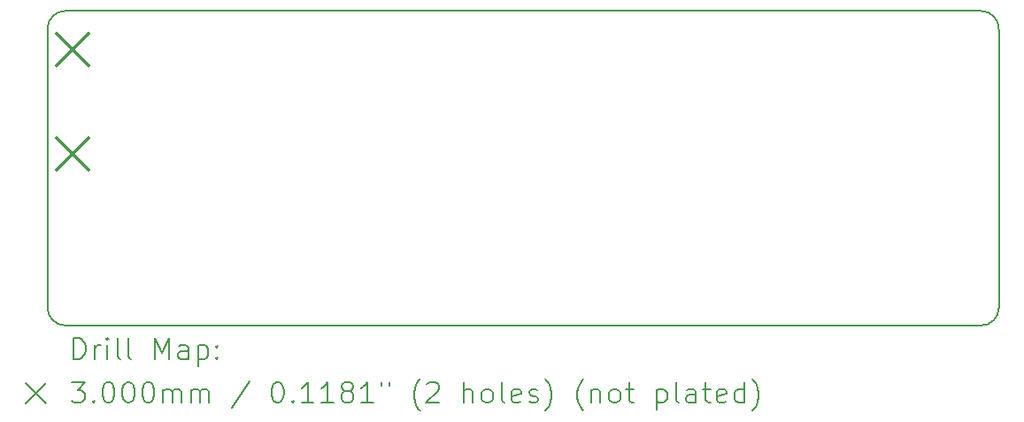
<source format=gbr>
%TF.GenerationSoftware,KiCad,Pcbnew,7.0.8-7.0.8~ubuntu22.04.1*%
%TF.CreationDate,2023-10-29T13:03:15+11:00*%
%TF.ProjectId,Strelka_Flight_Computer,53747265-6c6b-4615-9f46-6c696768745f,2*%
%TF.SameCoordinates,Original*%
%TF.FileFunction,Drillmap*%
%TF.FilePolarity,Positive*%
%FSLAX45Y45*%
G04 Gerber Fmt 4.5, Leading zero omitted, Abs format (unit mm)*
G04 Created by KiCad (PCBNEW 7.0.8-7.0.8~ubuntu22.04.1) date 2023-10-29 13:03:15*
%MOMM*%
%LPD*%
G01*
G04 APERTURE LIST*
%ADD10C,0.200000*%
%ADD11C,0.300000*%
G04 APERTURE END LIST*
D10*
X18927600Y-5006060D02*
X18927600Y-7673079D01*
X9825961Y-7667020D02*
G75*
G03*
X9995960Y-7841059I172019J-2020D01*
G01*
X18755580Y-4831108D02*
X10000000Y-4831110D01*
X9825961Y-5000000D02*
X9825961Y-7667020D01*
X18927600Y-5006060D02*
G75*
G03*
X18755580Y-4831108I-167940J6920D01*
G01*
X18755580Y-7841059D02*
X9995960Y-7841059D01*
X10000000Y-4831094D02*
G75*
G03*
X9825961Y-5000000I-2020J-172036D01*
G01*
X18755580Y-7841063D02*
G75*
G03*
X18927600Y-7673079I3980J167993D01*
G01*
D11*
X9918000Y-5050000D02*
X10218000Y-5350000D01*
X10218000Y-5050000D02*
X9918000Y-5350000D01*
X9918000Y-6050000D02*
X10218000Y-6350000D01*
X10218000Y-6050000D02*
X9918000Y-6350000D01*
D10*
X10076725Y-8162594D02*
X10076725Y-7962594D01*
X10076725Y-7962594D02*
X10124344Y-7962594D01*
X10124344Y-7962594D02*
X10152916Y-7972118D01*
X10152916Y-7972118D02*
X10171964Y-7991165D01*
X10171964Y-7991165D02*
X10181487Y-8010213D01*
X10181487Y-8010213D02*
X10191011Y-8048308D01*
X10191011Y-8048308D02*
X10191011Y-8076880D01*
X10191011Y-8076880D02*
X10181487Y-8114975D01*
X10181487Y-8114975D02*
X10171964Y-8134022D01*
X10171964Y-8134022D02*
X10152916Y-8153070D01*
X10152916Y-8153070D02*
X10124344Y-8162594D01*
X10124344Y-8162594D02*
X10076725Y-8162594D01*
X10276725Y-8162594D02*
X10276725Y-8029261D01*
X10276725Y-8067356D02*
X10286249Y-8048308D01*
X10286249Y-8048308D02*
X10295773Y-8038784D01*
X10295773Y-8038784D02*
X10314821Y-8029261D01*
X10314821Y-8029261D02*
X10333868Y-8029261D01*
X10400535Y-8162594D02*
X10400535Y-8029261D01*
X10400535Y-7962594D02*
X10391011Y-7972118D01*
X10391011Y-7972118D02*
X10400535Y-7981642D01*
X10400535Y-7981642D02*
X10410059Y-7972118D01*
X10410059Y-7972118D02*
X10400535Y-7962594D01*
X10400535Y-7962594D02*
X10400535Y-7981642D01*
X10524344Y-8162594D02*
X10505297Y-8153070D01*
X10505297Y-8153070D02*
X10495773Y-8134022D01*
X10495773Y-8134022D02*
X10495773Y-7962594D01*
X10629106Y-8162594D02*
X10610059Y-8153070D01*
X10610059Y-8153070D02*
X10600535Y-8134022D01*
X10600535Y-8134022D02*
X10600535Y-7962594D01*
X10857678Y-8162594D02*
X10857678Y-7962594D01*
X10857678Y-7962594D02*
X10924345Y-8105451D01*
X10924345Y-8105451D02*
X10991011Y-7962594D01*
X10991011Y-7962594D02*
X10991011Y-8162594D01*
X11171964Y-8162594D02*
X11171964Y-8057832D01*
X11171964Y-8057832D02*
X11162440Y-8038784D01*
X11162440Y-8038784D02*
X11143392Y-8029261D01*
X11143392Y-8029261D02*
X11105297Y-8029261D01*
X11105297Y-8029261D02*
X11086249Y-8038784D01*
X11171964Y-8153070D02*
X11152916Y-8162594D01*
X11152916Y-8162594D02*
X11105297Y-8162594D01*
X11105297Y-8162594D02*
X11086249Y-8153070D01*
X11086249Y-8153070D02*
X11076725Y-8134022D01*
X11076725Y-8134022D02*
X11076725Y-8114975D01*
X11076725Y-8114975D02*
X11086249Y-8095927D01*
X11086249Y-8095927D02*
X11105297Y-8086403D01*
X11105297Y-8086403D02*
X11152916Y-8086403D01*
X11152916Y-8086403D02*
X11171964Y-8076880D01*
X11267202Y-8029261D02*
X11267202Y-8229261D01*
X11267202Y-8038784D02*
X11286249Y-8029261D01*
X11286249Y-8029261D02*
X11324344Y-8029261D01*
X11324344Y-8029261D02*
X11343392Y-8038784D01*
X11343392Y-8038784D02*
X11352916Y-8048308D01*
X11352916Y-8048308D02*
X11362440Y-8067356D01*
X11362440Y-8067356D02*
X11362440Y-8124499D01*
X11362440Y-8124499D02*
X11352916Y-8143546D01*
X11352916Y-8143546D02*
X11343392Y-8153070D01*
X11343392Y-8153070D02*
X11324344Y-8162594D01*
X11324344Y-8162594D02*
X11286249Y-8162594D01*
X11286249Y-8162594D02*
X11267202Y-8153070D01*
X11448154Y-8143546D02*
X11457678Y-8153070D01*
X11457678Y-8153070D02*
X11448154Y-8162594D01*
X11448154Y-8162594D02*
X11438630Y-8153070D01*
X11438630Y-8153070D02*
X11448154Y-8143546D01*
X11448154Y-8143546D02*
X11448154Y-8162594D01*
X11448154Y-8038784D02*
X11457678Y-8048308D01*
X11457678Y-8048308D02*
X11448154Y-8057832D01*
X11448154Y-8057832D02*
X11438630Y-8048308D01*
X11438630Y-8048308D02*
X11448154Y-8038784D01*
X11448154Y-8038784D02*
X11448154Y-8057832D01*
X9615949Y-8391110D02*
X9815949Y-8591110D01*
X9815949Y-8391110D02*
X9615949Y-8591110D01*
X10057678Y-8382594D02*
X10181487Y-8382594D01*
X10181487Y-8382594D02*
X10114821Y-8458784D01*
X10114821Y-8458784D02*
X10143392Y-8458784D01*
X10143392Y-8458784D02*
X10162440Y-8468308D01*
X10162440Y-8468308D02*
X10171964Y-8477832D01*
X10171964Y-8477832D02*
X10181487Y-8496880D01*
X10181487Y-8496880D02*
X10181487Y-8544499D01*
X10181487Y-8544499D02*
X10171964Y-8563546D01*
X10171964Y-8563546D02*
X10162440Y-8573070D01*
X10162440Y-8573070D02*
X10143392Y-8582594D01*
X10143392Y-8582594D02*
X10086249Y-8582594D01*
X10086249Y-8582594D02*
X10067202Y-8573070D01*
X10067202Y-8573070D02*
X10057678Y-8563546D01*
X10267202Y-8563546D02*
X10276725Y-8573070D01*
X10276725Y-8573070D02*
X10267202Y-8582594D01*
X10267202Y-8582594D02*
X10257678Y-8573070D01*
X10257678Y-8573070D02*
X10267202Y-8563546D01*
X10267202Y-8563546D02*
X10267202Y-8582594D01*
X10400535Y-8382594D02*
X10419583Y-8382594D01*
X10419583Y-8382594D02*
X10438630Y-8392118D01*
X10438630Y-8392118D02*
X10448154Y-8401642D01*
X10448154Y-8401642D02*
X10457678Y-8420689D01*
X10457678Y-8420689D02*
X10467202Y-8458784D01*
X10467202Y-8458784D02*
X10467202Y-8506404D01*
X10467202Y-8506404D02*
X10457678Y-8544499D01*
X10457678Y-8544499D02*
X10448154Y-8563546D01*
X10448154Y-8563546D02*
X10438630Y-8573070D01*
X10438630Y-8573070D02*
X10419583Y-8582594D01*
X10419583Y-8582594D02*
X10400535Y-8582594D01*
X10400535Y-8582594D02*
X10381487Y-8573070D01*
X10381487Y-8573070D02*
X10371964Y-8563546D01*
X10371964Y-8563546D02*
X10362440Y-8544499D01*
X10362440Y-8544499D02*
X10352916Y-8506404D01*
X10352916Y-8506404D02*
X10352916Y-8458784D01*
X10352916Y-8458784D02*
X10362440Y-8420689D01*
X10362440Y-8420689D02*
X10371964Y-8401642D01*
X10371964Y-8401642D02*
X10381487Y-8392118D01*
X10381487Y-8392118D02*
X10400535Y-8382594D01*
X10591011Y-8382594D02*
X10610059Y-8382594D01*
X10610059Y-8382594D02*
X10629106Y-8392118D01*
X10629106Y-8392118D02*
X10638630Y-8401642D01*
X10638630Y-8401642D02*
X10648154Y-8420689D01*
X10648154Y-8420689D02*
X10657678Y-8458784D01*
X10657678Y-8458784D02*
X10657678Y-8506404D01*
X10657678Y-8506404D02*
X10648154Y-8544499D01*
X10648154Y-8544499D02*
X10638630Y-8563546D01*
X10638630Y-8563546D02*
X10629106Y-8573070D01*
X10629106Y-8573070D02*
X10610059Y-8582594D01*
X10610059Y-8582594D02*
X10591011Y-8582594D01*
X10591011Y-8582594D02*
X10571964Y-8573070D01*
X10571964Y-8573070D02*
X10562440Y-8563546D01*
X10562440Y-8563546D02*
X10552916Y-8544499D01*
X10552916Y-8544499D02*
X10543392Y-8506404D01*
X10543392Y-8506404D02*
X10543392Y-8458784D01*
X10543392Y-8458784D02*
X10552916Y-8420689D01*
X10552916Y-8420689D02*
X10562440Y-8401642D01*
X10562440Y-8401642D02*
X10571964Y-8392118D01*
X10571964Y-8392118D02*
X10591011Y-8382594D01*
X10781487Y-8382594D02*
X10800535Y-8382594D01*
X10800535Y-8382594D02*
X10819583Y-8392118D01*
X10819583Y-8392118D02*
X10829106Y-8401642D01*
X10829106Y-8401642D02*
X10838630Y-8420689D01*
X10838630Y-8420689D02*
X10848154Y-8458784D01*
X10848154Y-8458784D02*
X10848154Y-8506404D01*
X10848154Y-8506404D02*
X10838630Y-8544499D01*
X10838630Y-8544499D02*
X10829106Y-8563546D01*
X10829106Y-8563546D02*
X10819583Y-8573070D01*
X10819583Y-8573070D02*
X10800535Y-8582594D01*
X10800535Y-8582594D02*
X10781487Y-8582594D01*
X10781487Y-8582594D02*
X10762440Y-8573070D01*
X10762440Y-8573070D02*
X10752916Y-8563546D01*
X10752916Y-8563546D02*
X10743392Y-8544499D01*
X10743392Y-8544499D02*
X10733868Y-8506404D01*
X10733868Y-8506404D02*
X10733868Y-8458784D01*
X10733868Y-8458784D02*
X10743392Y-8420689D01*
X10743392Y-8420689D02*
X10752916Y-8401642D01*
X10752916Y-8401642D02*
X10762440Y-8392118D01*
X10762440Y-8392118D02*
X10781487Y-8382594D01*
X10933868Y-8582594D02*
X10933868Y-8449261D01*
X10933868Y-8468308D02*
X10943392Y-8458784D01*
X10943392Y-8458784D02*
X10962440Y-8449261D01*
X10962440Y-8449261D02*
X10991011Y-8449261D01*
X10991011Y-8449261D02*
X11010059Y-8458784D01*
X11010059Y-8458784D02*
X11019583Y-8477832D01*
X11019583Y-8477832D02*
X11019583Y-8582594D01*
X11019583Y-8477832D02*
X11029106Y-8458784D01*
X11029106Y-8458784D02*
X11048154Y-8449261D01*
X11048154Y-8449261D02*
X11076725Y-8449261D01*
X11076725Y-8449261D02*
X11095773Y-8458784D01*
X11095773Y-8458784D02*
X11105297Y-8477832D01*
X11105297Y-8477832D02*
X11105297Y-8582594D01*
X11200535Y-8582594D02*
X11200535Y-8449261D01*
X11200535Y-8468308D02*
X11210059Y-8458784D01*
X11210059Y-8458784D02*
X11229106Y-8449261D01*
X11229106Y-8449261D02*
X11257678Y-8449261D01*
X11257678Y-8449261D02*
X11276725Y-8458784D01*
X11276725Y-8458784D02*
X11286249Y-8477832D01*
X11286249Y-8477832D02*
X11286249Y-8582594D01*
X11286249Y-8477832D02*
X11295773Y-8458784D01*
X11295773Y-8458784D02*
X11314821Y-8449261D01*
X11314821Y-8449261D02*
X11343392Y-8449261D01*
X11343392Y-8449261D02*
X11362440Y-8458784D01*
X11362440Y-8458784D02*
X11371964Y-8477832D01*
X11371964Y-8477832D02*
X11371964Y-8582594D01*
X11762440Y-8373070D02*
X11591011Y-8630213D01*
X12019583Y-8382594D02*
X12038630Y-8382594D01*
X12038630Y-8382594D02*
X12057678Y-8392118D01*
X12057678Y-8392118D02*
X12067202Y-8401642D01*
X12067202Y-8401642D02*
X12076726Y-8420689D01*
X12076726Y-8420689D02*
X12086249Y-8458784D01*
X12086249Y-8458784D02*
X12086249Y-8506404D01*
X12086249Y-8506404D02*
X12076726Y-8544499D01*
X12076726Y-8544499D02*
X12067202Y-8563546D01*
X12067202Y-8563546D02*
X12057678Y-8573070D01*
X12057678Y-8573070D02*
X12038630Y-8582594D01*
X12038630Y-8582594D02*
X12019583Y-8582594D01*
X12019583Y-8582594D02*
X12000535Y-8573070D01*
X12000535Y-8573070D02*
X11991011Y-8563546D01*
X11991011Y-8563546D02*
X11981487Y-8544499D01*
X11981487Y-8544499D02*
X11971964Y-8506404D01*
X11971964Y-8506404D02*
X11971964Y-8458784D01*
X11971964Y-8458784D02*
X11981487Y-8420689D01*
X11981487Y-8420689D02*
X11991011Y-8401642D01*
X11991011Y-8401642D02*
X12000535Y-8392118D01*
X12000535Y-8392118D02*
X12019583Y-8382594D01*
X12171964Y-8563546D02*
X12181487Y-8573070D01*
X12181487Y-8573070D02*
X12171964Y-8582594D01*
X12171964Y-8582594D02*
X12162440Y-8573070D01*
X12162440Y-8573070D02*
X12171964Y-8563546D01*
X12171964Y-8563546D02*
X12171964Y-8582594D01*
X12371964Y-8582594D02*
X12257678Y-8582594D01*
X12314821Y-8582594D02*
X12314821Y-8382594D01*
X12314821Y-8382594D02*
X12295773Y-8411165D01*
X12295773Y-8411165D02*
X12276726Y-8430213D01*
X12276726Y-8430213D02*
X12257678Y-8439737D01*
X12562440Y-8582594D02*
X12448154Y-8582594D01*
X12505297Y-8582594D02*
X12505297Y-8382594D01*
X12505297Y-8382594D02*
X12486249Y-8411165D01*
X12486249Y-8411165D02*
X12467202Y-8430213D01*
X12467202Y-8430213D02*
X12448154Y-8439737D01*
X12676726Y-8468308D02*
X12657678Y-8458784D01*
X12657678Y-8458784D02*
X12648154Y-8449261D01*
X12648154Y-8449261D02*
X12638630Y-8430213D01*
X12638630Y-8430213D02*
X12638630Y-8420689D01*
X12638630Y-8420689D02*
X12648154Y-8401642D01*
X12648154Y-8401642D02*
X12657678Y-8392118D01*
X12657678Y-8392118D02*
X12676726Y-8382594D01*
X12676726Y-8382594D02*
X12714821Y-8382594D01*
X12714821Y-8382594D02*
X12733868Y-8392118D01*
X12733868Y-8392118D02*
X12743392Y-8401642D01*
X12743392Y-8401642D02*
X12752916Y-8420689D01*
X12752916Y-8420689D02*
X12752916Y-8430213D01*
X12752916Y-8430213D02*
X12743392Y-8449261D01*
X12743392Y-8449261D02*
X12733868Y-8458784D01*
X12733868Y-8458784D02*
X12714821Y-8468308D01*
X12714821Y-8468308D02*
X12676726Y-8468308D01*
X12676726Y-8468308D02*
X12657678Y-8477832D01*
X12657678Y-8477832D02*
X12648154Y-8487356D01*
X12648154Y-8487356D02*
X12638630Y-8506404D01*
X12638630Y-8506404D02*
X12638630Y-8544499D01*
X12638630Y-8544499D02*
X12648154Y-8563546D01*
X12648154Y-8563546D02*
X12657678Y-8573070D01*
X12657678Y-8573070D02*
X12676726Y-8582594D01*
X12676726Y-8582594D02*
X12714821Y-8582594D01*
X12714821Y-8582594D02*
X12733868Y-8573070D01*
X12733868Y-8573070D02*
X12743392Y-8563546D01*
X12743392Y-8563546D02*
X12752916Y-8544499D01*
X12752916Y-8544499D02*
X12752916Y-8506404D01*
X12752916Y-8506404D02*
X12743392Y-8487356D01*
X12743392Y-8487356D02*
X12733868Y-8477832D01*
X12733868Y-8477832D02*
X12714821Y-8468308D01*
X12943392Y-8582594D02*
X12829107Y-8582594D01*
X12886249Y-8582594D02*
X12886249Y-8382594D01*
X12886249Y-8382594D02*
X12867202Y-8411165D01*
X12867202Y-8411165D02*
X12848154Y-8430213D01*
X12848154Y-8430213D02*
X12829107Y-8439737D01*
X13019583Y-8382594D02*
X13019583Y-8420689D01*
X13095773Y-8382594D02*
X13095773Y-8420689D01*
X13391011Y-8658784D02*
X13381488Y-8649261D01*
X13381488Y-8649261D02*
X13362440Y-8620689D01*
X13362440Y-8620689D02*
X13352916Y-8601642D01*
X13352916Y-8601642D02*
X13343392Y-8573070D01*
X13343392Y-8573070D02*
X13333869Y-8525451D01*
X13333869Y-8525451D02*
X13333869Y-8487356D01*
X13333869Y-8487356D02*
X13343392Y-8439737D01*
X13343392Y-8439737D02*
X13352916Y-8411165D01*
X13352916Y-8411165D02*
X13362440Y-8392118D01*
X13362440Y-8392118D02*
X13381488Y-8363546D01*
X13381488Y-8363546D02*
X13391011Y-8354022D01*
X13457678Y-8401642D02*
X13467202Y-8392118D01*
X13467202Y-8392118D02*
X13486249Y-8382594D01*
X13486249Y-8382594D02*
X13533869Y-8382594D01*
X13533869Y-8382594D02*
X13552916Y-8392118D01*
X13552916Y-8392118D02*
X13562440Y-8401642D01*
X13562440Y-8401642D02*
X13571964Y-8420689D01*
X13571964Y-8420689D02*
X13571964Y-8439737D01*
X13571964Y-8439737D02*
X13562440Y-8468308D01*
X13562440Y-8468308D02*
X13448154Y-8582594D01*
X13448154Y-8582594D02*
X13571964Y-8582594D01*
X13810059Y-8582594D02*
X13810059Y-8382594D01*
X13895773Y-8582594D02*
X13895773Y-8477832D01*
X13895773Y-8477832D02*
X13886250Y-8458784D01*
X13886250Y-8458784D02*
X13867202Y-8449261D01*
X13867202Y-8449261D02*
X13838630Y-8449261D01*
X13838630Y-8449261D02*
X13819583Y-8458784D01*
X13819583Y-8458784D02*
X13810059Y-8468308D01*
X14019583Y-8582594D02*
X14000535Y-8573070D01*
X14000535Y-8573070D02*
X13991011Y-8563546D01*
X13991011Y-8563546D02*
X13981488Y-8544499D01*
X13981488Y-8544499D02*
X13981488Y-8487356D01*
X13981488Y-8487356D02*
X13991011Y-8468308D01*
X13991011Y-8468308D02*
X14000535Y-8458784D01*
X14000535Y-8458784D02*
X14019583Y-8449261D01*
X14019583Y-8449261D02*
X14048154Y-8449261D01*
X14048154Y-8449261D02*
X14067202Y-8458784D01*
X14067202Y-8458784D02*
X14076726Y-8468308D01*
X14076726Y-8468308D02*
X14086250Y-8487356D01*
X14086250Y-8487356D02*
X14086250Y-8544499D01*
X14086250Y-8544499D02*
X14076726Y-8563546D01*
X14076726Y-8563546D02*
X14067202Y-8573070D01*
X14067202Y-8573070D02*
X14048154Y-8582594D01*
X14048154Y-8582594D02*
X14019583Y-8582594D01*
X14200535Y-8582594D02*
X14181488Y-8573070D01*
X14181488Y-8573070D02*
X14171964Y-8554023D01*
X14171964Y-8554023D02*
X14171964Y-8382594D01*
X14352916Y-8573070D02*
X14333869Y-8582594D01*
X14333869Y-8582594D02*
X14295773Y-8582594D01*
X14295773Y-8582594D02*
X14276726Y-8573070D01*
X14276726Y-8573070D02*
X14267202Y-8554023D01*
X14267202Y-8554023D02*
X14267202Y-8477832D01*
X14267202Y-8477832D02*
X14276726Y-8458784D01*
X14276726Y-8458784D02*
X14295773Y-8449261D01*
X14295773Y-8449261D02*
X14333869Y-8449261D01*
X14333869Y-8449261D02*
X14352916Y-8458784D01*
X14352916Y-8458784D02*
X14362440Y-8477832D01*
X14362440Y-8477832D02*
X14362440Y-8496880D01*
X14362440Y-8496880D02*
X14267202Y-8515927D01*
X14438631Y-8573070D02*
X14457678Y-8582594D01*
X14457678Y-8582594D02*
X14495773Y-8582594D01*
X14495773Y-8582594D02*
X14514821Y-8573070D01*
X14514821Y-8573070D02*
X14524345Y-8554023D01*
X14524345Y-8554023D02*
X14524345Y-8544499D01*
X14524345Y-8544499D02*
X14514821Y-8525451D01*
X14514821Y-8525451D02*
X14495773Y-8515927D01*
X14495773Y-8515927D02*
X14467202Y-8515927D01*
X14467202Y-8515927D02*
X14448154Y-8506404D01*
X14448154Y-8506404D02*
X14438631Y-8487356D01*
X14438631Y-8487356D02*
X14438631Y-8477832D01*
X14438631Y-8477832D02*
X14448154Y-8458784D01*
X14448154Y-8458784D02*
X14467202Y-8449261D01*
X14467202Y-8449261D02*
X14495773Y-8449261D01*
X14495773Y-8449261D02*
X14514821Y-8458784D01*
X14591012Y-8658784D02*
X14600535Y-8649261D01*
X14600535Y-8649261D02*
X14619583Y-8620689D01*
X14619583Y-8620689D02*
X14629107Y-8601642D01*
X14629107Y-8601642D02*
X14638631Y-8573070D01*
X14638631Y-8573070D02*
X14648154Y-8525451D01*
X14648154Y-8525451D02*
X14648154Y-8487356D01*
X14648154Y-8487356D02*
X14638631Y-8439737D01*
X14638631Y-8439737D02*
X14629107Y-8411165D01*
X14629107Y-8411165D02*
X14619583Y-8392118D01*
X14619583Y-8392118D02*
X14600535Y-8363546D01*
X14600535Y-8363546D02*
X14591012Y-8354022D01*
X14952916Y-8658784D02*
X14943392Y-8649261D01*
X14943392Y-8649261D02*
X14924345Y-8620689D01*
X14924345Y-8620689D02*
X14914821Y-8601642D01*
X14914821Y-8601642D02*
X14905297Y-8573070D01*
X14905297Y-8573070D02*
X14895773Y-8525451D01*
X14895773Y-8525451D02*
X14895773Y-8487356D01*
X14895773Y-8487356D02*
X14905297Y-8439737D01*
X14905297Y-8439737D02*
X14914821Y-8411165D01*
X14914821Y-8411165D02*
X14924345Y-8392118D01*
X14924345Y-8392118D02*
X14943392Y-8363546D01*
X14943392Y-8363546D02*
X14952916Y-8354022D01*
X15029107Y-8449261D02*
X15029107Y-8582594D01*
X15029107Y-8468308D02*
X15038631Y-8458784D01*
X15038631Y-8458784D02*
X15057678Y-8449261D01*
X15057678Y-8449261D02*
X15086250Y-8449261D01*
X15086250Y-8449261D02*
X15105297Y-8458784D01*
X15105297Y-8458784D02*
X15114821Y-8477832D01*
X15114821Y-8477832D02*
X15114821Y-8582594D01*
X15238631Y-8582594D02*
X15219583Y-8573070D01*
X15219583Y-8573070D02*
X15210059Y-8563546D01*
X15210059Y-8563546D02*
X15200535Y-8544499D01*
X15200535Y-8544499D02*
X15200535Y-8487356D01*
X15200535Y-8487356D02*
X15210059Y-8468308D01*
X15210059Y-8468308D02*
X15219583Y-8458784D01*
X15219583Y-8458784D02*
X15238631Y-8449261D01*
X15238631Y-8449261D02*
X15267202Y-8449261D01*
X15267202Y-8449261D02*
X15286250Y-8458784D01*
X15286250Y-8458784D02*
X15295773Y-8468308D01*
X15295773Y-8468308D02*
X15305297Y-8487356D01*
X15305297Y-8487356D02*
X15305297Y-8544499D01*
X15305297Y-8544499D02*
X15295773Y-8563546D01*
X15295773Y-8563546D02*
X15286250Y-8573070D01*
X15286250Y-8573070D02*
X15267202Y-8582594D01*
X15267202Y-8582594D02*
X15238631Y-8582594D01*
X15362440Y-8449261D02*
X15438631Y-8449261D01*
X15391012Y-8382594D02*
X15391012Y-8554023D01*
X15391012Y-8554023D02*
X15400535Y-8573070D01*
X15400535Y-8573070D02*
X15419583Y-8582594D01*
X15419583Y-8582594D02*
X15438631Y-8582594D01*
X15657678Y-8449261D02*
X15657678Y-8649261D01*
X15657678Y-8458784D02*
X15676726Y-8449261D01*
X15676726Y-8449261D02*
X15714821Y-8449261D01*
X15714821Y-8449261D02*
X15733869Y-8458784D01*
X15733869Y-8458784D02*
X15743393Y-8468308D01*
X15743393Y-8468308D02*
X15752916Y-8487356D01*
X15752916Y-8487356D02*
X15752916Y-8544499D01*
X15752916Y-8544499D02*
X15743393Y-8563546D01*
X15743393Y-8563546D02*
X15733869Y-8573070D01*
X15733869Y-8573070D02*
X15714821Y-8582594D01*
X15714821Y-8582594D02*
X15676726Y-8582594D01*
X15676726Y-8582594D02*
X15657678Y-8573070D01*
X15867202Y-8582594D02*
X15848154Y-8573070D01*
X15848154Y-8573070D02*
X15838631Y-8554023D01*
X15838631Y-8554023D02*
X15838631Y-8382594D01*
X16029107Y-8582594D02*
X16029107Y-8477832D01*
X16029107Y-8477832D02*
X16019583Y-8458784D01*
X16019583Y-8458784D02*
X16000535Y-8449261D01*
X16000535Y-8449261D02*
X15962440Y-8449261D01*
X15962440Y-8449261D02*
X15943393Y-8458784D01*
X16029107Y-8573070D02*
X16010059Y-8582594D01*
X16010059Y-8582594D02*
X15962440Y-8582594D01*
X15962440Y-8582594D02*
X15943393Y-8573070D01*
X15943393Y-8573070D02*
X15933869Y-8554023D01*
X15933869Y-8554023D02*
X15933869Y-8534975D01*
X15933869Y-8534975D02*
X15943393Y-8515927D01*
X15943393Y-8515927D02*
X15962440Y-8506404D01*
X15962440Y-8506404D02*
X16010059Y-8506404D01*
X16010059Y-8506404D02*
X16029107Y-8496880D01*
X16095774Y-8449261D02*
X16171964Y-8449261D01*
X16124345Y-8382594D02*
X16124345Y-8554023D01*
X16124345Y-8554023D02*
X16133869Y-8573070D01*
X16133869Y-8573070D02*
X16152916Y-8582594D01*
X16152916Y-8582594D02*
X16171964Y-8582594D01*
X16314821Y-8573070D02*
X16295774Y-8582594D01*
X16295774Y-8582594D02*
X16257678Y-8582594D01*
X16257678Y-8582594D02*
X16238631Y-8573070D01*
X16238631Y-8573070D02*
X16229107Y-8554023D01*
X16229107Y-8554023D02*
X16229107Y-8477832D01*
X16229107Y-8477832D02*
X16238631Y-8458784D01*
X16238631Y-8458784D02*
X16257678Y-8449261D01*
X16257678Y-8449261D02*
X16295774Y-8449261D01*
X16295774Y-8449261D02*
X16314821Y-8458784D01*
X16314821Y-8458784D02*
X16324345Y-8477832D01*
X16324345Y-8477832D02*
X16324345Y-8496880D01*
X16324345Y-8496880D02*
X16229107Y-8515927D01*
X16495774Y-8582594D02*
X16495774Y-8382594D01*
X16495774Y-8573070D02*
X16476726Y-8582594D01*
X16476726Y-8582594D02*
X16438631Y-8582594D01*
X16438631Y-8582594D02*
X16419583Y-8573070D01*
X16419583Y-8573070D02*
X16410059Y-8563546D01*
X16410059Y-8563546D02*
X16400535Y-8544499D01*
X16400535Y-8544499D02*
X16400535Y-8487356D01*
X16400535Y-8487356D02*
X16410059Y-8468308D01*
X16410059Y-8468308D02*
X16419583Y-8458784D01*
X16419583Y-8458784D02*
X16438631Y-8449261D01*
X16438631Y-8449261D02*
X16476726Y-8449261D01*
X16476726Y-8449261D02*
X16495774Y-8458784D01*
X16571964Y-8658784D02*
X16581488Y-8649261D01*
X16581488Y-8649261D02*
X16600535Y-8620689D01*
X16600535Y-8620689D02*
X16610059Y-8601642D01*
X16610059Y-8601642D02*
X16619583Y-8573070D01*
X16619583Y-8573070D02*
X16629107Y-8525451D01*
X16629107Y-8525451D02*
X16629107Y-8487356D01*
X16629107Y-8487356D02*
X16619583Y-8439737D01*
X16619583Y-8439737D02*
X16610059Y-8411165D01*
X16610059Y-8411165D02*
X16600535Y-8392118D01*
X16600535Y-8392118D02*
X16581488Y-8363546D01*
X16581488Y-8363546D02*
X16571964Y-8354022D01*
M02*

</source>
